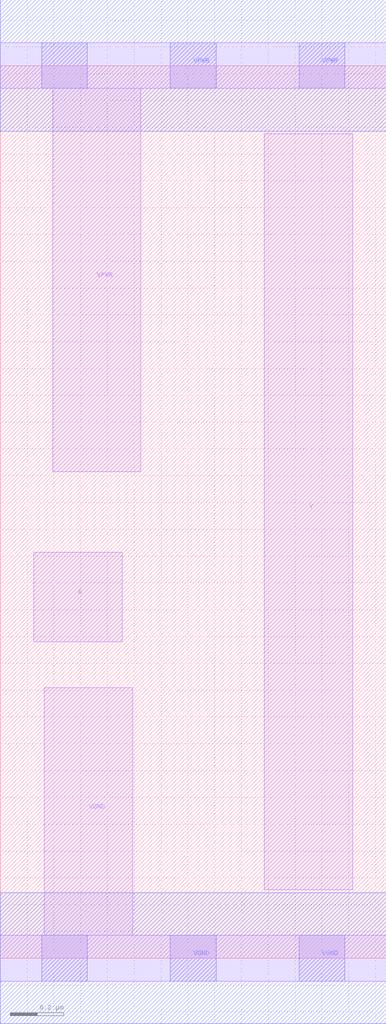
<source format=lef>
# Copyright 2020 The SkyWater PDK Authors
#
# Licensed under the Apache License, Version 2.0 (the "License");
# you may not use this file except in compliance with the License.
# You may obtain a copy of the License at
#
#     https://www.apache.org/licenses/LICENSE-2.0
#
# Unless required by applicable law or agreed to in writing, software
# distributed under the License is distributed on an "AS IS" BASIS,
# WITHOUT WARRANTIES OR CONDITIONS OF ANY KIND, either express or implied.
# See the License for the specific language governing permissions and
# limitations under the License.
#
# SPDX-License-Identifier: Apache-2.0

VERSION 5.7 ;
  NAMESCASESENSITIVE ON ;
  NOWIREEXTENSIONATPIN ON ;
  DIVIDERCHAR "/" ;
  BUSBITCHARS "[]" ;
UNITS
  DATABASE MICRONS 200 ;
END UNITS
MACRO sky130_fd_sc_lp__invlp_1
  CLASS CORE ;
  SOURCE USER ;
  FOREIGN sky130_fd_sc_lp__invlp_1 ;
  ORIGIN  0.000000  0.000000 ;
  SIZE  1.440000 BY  3.330000 ;
  SYMMETRY X Y R90 ;
  SITE unit ;
  PIN A
    ANTENNAGATEAREA  0.630000 ;
    DIRECTION INPUT ;
    USE SIGNAL ;
    PORT
      LAYER li1 ;
        RECT 0.125000 1.180000 0.455000 1.515000 ;
    END
  END A
  PIN Y
    ANTENNADIFFAREA  0.598500 ;
    DIRECTION OUTPUT ;
    USE SIGNAL ;
    PORT
      LAYER li1 ;
        RECT 0.985000 0.255000 1.315000 3.075000 ;
    END
  END Y
  PIN VGND
    DIRECTION INOUT ;
    USE GROUND ;
    PORT
      LAYER li1 ;
        RECT 0.000000 -0.085000 1.440000 0.085000 ;
        RECT 0.165000  0.085000 0.495000 1.010000 ;
      LAYER mcon ;
        RECT 0.155000 -0.085000 0.325000 0.085000 ;
        RECT 0.635000 -0.085000 0.805000 0.085000 ;
        RECT 1.115000 -0.085000 1.285000 0.085000 ;
      LAYER met1 ;
        RECT 0.000000 -0.245000 1.440000 0.245000 ;
    END
  END VGND
  PIN VPWR
    DIRECTION INOUT ;
    USE POWER ;
    PORT
      LAYER li1 ;
        RECT 0.000000 3.245000 1.440000 3.415000 ;
        RECT 0.195000 1.815000 0.525000 3.245000 ;
      LAYER mcon ;
        RECT 0.155000 3.245000 0.325000 3.415000 ;
        RECT 0.635000 3.245000 0.805000 3.415000 ;
        RECT 1.115000 3.245000 1.285000 3.415000 ;
      LAYER met1 ;
        RECT 0.000000 3.085000 1.440000 3.575000 ;
    END
  END VPWR
END sky130_fd_sc_lp__invlp_1

</source>
